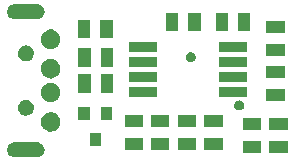
<source format=gbr>
G04 #@! TF.FileFunction,Soldermask,Top*
%FSLAX46Y46*%
G04 Gerber Fmt 4.6, Leading zero omitted, Abs format (unit mm)*
G04 Created by KiCad (PCBNEW 0.201510311201+6287~30~ubuntu14.04.1-product) date sáb 11 jun 2016 22:07:05 CEST*
%MOMM*%
G01*
G04 APERTURE LIST*
%ADD10C,0.020000*%
G04 APERTURE END LIST*
D10*
G36*
X141831290Y-187582032D02*
X141831296Y-187582033D01*
X141835347Y-187582061D01*
X141956566Y-187595658D01*
X142072835Y-187632540D01*
X142179725Y-187691304D01*
X142273166Y-187769710D01*
X142349599Y-187864773D01*
X142406111Y-187972871D01*
X142440551Y-188089887D01*
X142440557Y-188089953D01*
X142440564Y-188089977D01*
X142451610Y-188211358D01*
X142438870Y-188332577D01*
X142438864Y-188332596D01*
X142438856Y-188332674D01*
X142402785Y-188449197D01*
X142344769Y-188556496D01*
X142267017Y-188650482D01*
X142172491Y-188727576D01*
X142064790Y-188784841D01*
X141948017Y-188820097D01*
X141826621Y-188832000D01*
X139911311Y-188832000D01*
X139906710Y-188831968D01*
X139906704Y-188831967D01*
X139902653Y-188831939D01*
X139781434Y-188818342D01*
X139665165Y-188781460D01*
X139558275Y-188722696D01*
X139464834Y-188644290D01*
X139388401Y-188549227D01*
X139331889Y-188441129D01*
X139297449Y-188324113D01*
X139297443Y-188324047D01*
X139297436Y-188324023D01*
X139286390Y-188202642D01*
X139299130Y-188081423D01*
X139299136Y-188081404D01*
X139299144Y-188081326D01*
X139335215Y-187964803D01*
X139393231Y-187857504D01*
X139470983Y-187763518D01*
X139565509Y-187686424D01*
X139673210Y-187629159D01*
X139789983Y-187593903D01*
X139911379Y-187582000D01*
X141826689Y-187582000D01*
X141831290Y-187582032D01*
X141831290Y-187582032D01*
G37*
G36*
X163023500Y-188472000D02*
X161476500Y-188472000D01*
X161476500Y-187433000D01*
X163023500Y-187433000D01*
X163023500Y-188472000D01*
X163023500Y-188472000D01*
G37*
G36*
X160773500Y-188472000D02*
X159226500Y-188472000D01*
X159226500Y-187433000D01*
X160773500Y-187433000D01*
X160773500Y-188472000D01*
X160773500Y-188472000D01*
G37*
G36*
X157523500Y-188222000D02*
X155976500Y-188222000D01*
X155976500Y-187183000D01*
X157523500Y-187183000D01*
X157523500Y-188222000D01*
X157523500Y-188222000D01*
G37*
G36*
X153023500Y-188222000D02*
X151476500Y-188222000D01*
X151476500Y-187183000D01*
X153023500Y-187183000D01*
X153023500Y-188222000D01*
X153023500Y-188222000D01*
G37*
G36*
X150773500Y-188222000D02*
X149226500Y-188222000D01*
X149226500Y-187183000D01*
X150773500Y-187183000D01*
X150773500Y-188222000D01*
X150773500Y-188222000D01*
G37*
G36*
X155273500Y-188222000D02*
X153726500Y-188222000D01*
X153726500Y-187183000D01*
X155273500Y-187183000D01*
X155273500Y-188222000D01*
X155273500Y-188222000D01*
G37*
G36*
X147225050Y-187925200D02*
X146274950Y-187925200D01*
X146274950Y-186774440D01*
X147225050Y-186774440D01*
X147225050Y-187925200D01*
X147225050Y-187925200D01*
G37*
G36*
X143055653Y-185032546D02*
X143214144Y-185065079D01*
X143363290Y-185127774D01*
X143497424Y-185218248D01*
X143611424Y-185333047D01*
X143700960Y-185467809D01*
X143762615Y-185617397D01*
X143793903Y-185775412D01*
X143793903Y-185775432D01*
X143794036Y-185776105D01*
X143791455Y-185960900D01*
X143791304Y-185961563D01*
X143791304Y-185961587D01*
X143755614Y-186118671D01*
X143689809Y-186266475D01*
X143596545Y-186398685D01*
X143479383Y-186510256D01*
X143342772Y-186596952D01*
X143191938Y-186655457D01*
X143032597Y-186683554D01*
X142870843Y-186680165D01*
X142712826Y-186645422D01*
X142564566Y-186580649D01*
X142431712Y-186488314D01*
X142319322Y-186371930D01*
X142231678Y-186235933D01*
X142172116Y-186085499D01*
X142142911Y-185926369D01*
X142145170Y-185764595D01*
X142178809Y-185606332D01*
X142242543Y-185457631D01*
X142333954Y-185324129D01*
X142449548Y-185210931D01*
X142584929Y-185122340D01*
X142734935Y-185061733D01*
X142893865Y-185031415D01*
X143055653Y-185032546D01*
X143055653Y-185032546D01*
G37*
G36*
X160773500Y-186567000D02*
X159226500Y-186567000D01*
X159226500Y-185528000D01*
X160773500Y-185528000D01*
X160773500Y-186567000D01*
X160773500Y-186567000D01*
G37*
G36*
X163023500Y-186567000D02*
X161476500Y-186567000D01*
X161476500Y-185528000D01*
X163023500Y-185528000D01*
X163023500Y-186567000D01*
X163023500Y-186567000D01*
G37*
G36*
X153023500Y-186317000D02*
X151476500Y-186317000D01*
X151476500Y-185278000D01*
X153023500Y-185278000D01*
X153023500Y-186317000D01*
X153023500Y-186317000D01*
G37*
G36*
X157523500Y-186317000D02*
X155976500Y-186317000D01*
X155976500Y-185278000D01*
X157523500Y-185278000D01*
X157523500Y-186317000D01*
X157523500Y-186317000D01*
G37*
G36*
X155273500Y-186317000D02*
X153726500Y-186317000D01*
X153726500Y-185278000D01*
X155273500Y-185278000D01*
X155273500Y-186317000D01*
X155273500Y-186317000D01*
G37*
G36*
X150773500Y-186317000D02*
X149226500Y-186317000D01*
X149226500Y-185278000D01*
X150773500Y-185278000D01*
X150773500Y-186317000D01*
X150773500Y-186317000D01*
G37*
G36*
X148177550Y-185725560D02*
X147227450Y-185725560D01*
X147227450Y-184574800D01*
X148177550Y-184574800D01*
X148177550Y-185725560D01*
X148177550Y-185725560D01*
G37*
G36*
X146272550Y-185725560D02*
X145322450Y-185725560D01*
X145322450Y-184574800D01*
X146272550Y-184574800D01*
X146272550Y-185725560D01*
X146272550Y-185725560D01*
G37*
G36*
X140939899Y-183982446D02*
X141069573Y-184009064D01*
X141191601Y-184060360D01*
X141301345Y-184134383D01*
X141394624Y-184228315D01*
X141467877Y-184338571D01*
X141518321Y-184460955D01*
X141543896Y-184590123D01*
X141543896Y-184590140D01*
X141544029Y-184590813D01*
X141541918Y-184742009D01*
X141541766Y-184742677D01*
X141541766Y-184742696D01*
X141512594Y-184871098D01*
X141458754Y-184992023D01*
X141382446Y-185100197D01*
X141286586Y-185191483D01*
X141174815Y-185262416D01*
X141051402Y-185310284D01*
X140921035Y-185333272D01*
X140788690Y-185330499D01*
X140659402Y-185302073D01*
X140538102Y-185249079D01*
X140429399Y-185173528D01*
X140337445Y-185078307D01*
X140265736Y-184967036D01*
X140217003Y-184843954D01*
X140193108Y-184713756D01*
X140194956Y-184581397D01*
X140222479Y-184451912D01*
X140274628Y-184330238D01*
X140349415Y-184221015D01*
X140443993Y-184128398D01*
X140554758Y-184055915D01*
X140677494Y-184006326D01*
X140807526Y-183981521D01*
X140939899Y-183982446D01*
X140939899Y-183982446D01*
G37*
G36*
X158974641Y-184035280D02*
X159056288Y-184052039D01*
X159133120Y-184084336D01*
X159202220Y-184130945D01*
X159260947Y-184190084D01*
X159307070Y-184259505D01*
X159338833Y-184336566D01*
X159354885Y-184417637D01*
X159354885Y-184417654D01*
X159355018Y-184418327D01*
X159353689Y-184513524D01*
X159353537Y-184514192D01*
X159353537Y-184514211D01*
X159335228Y-184594798D01*
X159301325Y-184670944D01*
X159253281Y-184739052D01*
X159192926Y-184796527D01*
X159122548Y-184841191D01*
X159044848Y-184871328D01*
X158962763Y-184885802D01*
X158879434Y-184884056D01*
X158798031Y-184866158D01*
X158721655Y-184832790D01*
X158653215Y-184785224D01*
X158595316Y-184725268D01*
X158550165Y-184655207D01*
X158519483Y-184577713D01*
X158504437Y-184495735D01*
X158505601Y-184412399D01*
X158522930Y-184330871D01*
X158555765Y-184254260D01*
X158602852Y-184185492D01*
X158662402Y-184127176D01*
X158732144Y-184081538D01*
X158809423Y-184050316D01*
X158891295Y-184034697D01*
X158974641Y-184035280D01*
X158974641Y-184035280D01*
G37*
G36*
X143055653Y-182532546D02*
X143214144Y-182565079D01*
X143363290Y-182627774D01*
X143497424Y-182718248D01*
X143611424Y-182833047D01*
X143700960Y-182967809D01*
X143762615Y-183117397D01*
X143793903Y-183275412D01*
X143793903Y-183275432D01*
X143794036Y-183276105D01*
X143791455Y-183460900D01*
X143791304Y-183461563D01*
X143791304Y-183461587D01*
X143755614Y-183618671D01*
X143689809Y-183766475D01*
X143596545Y-183898685D01*
X143479383Y-184010256D01*
X143342772Y-184096952D01*
X143191938Y-184155457D01*
X143032597Y-184183554D01*
X142870843Y-184180165D01*
X142712826Y-184145422D01*
X142564566Y-184080649D01*
X142431712Y-183988314D01*
X142319322Y-183871930D01*
X142231678Y-183735933D01*
X142172116Y-183585499D01*
X142142911Y-183426369D01*
X142145170Y-183264595D01*
X142178809Y-183106332D01*
X142242543Y-182957631D01*
X142333954Y-182824129D01*
X142449548Y-182710931D01*
X142584929Y-182622340D01*
X142734935Y-182561733D01*
X142893865Y-182531415D01*
X143055653Y-182532546D01*
X143055653Y-182532546D01*
G37*
G36*
X162773500Y-184072000D02*
X161226500Y-184072000D01*
X161226500Y-183033000D01*
X162773500Y-183033000D01*
X162773500Y-184072000D01*
X162773500Y-184072000D01*
G37*
G36*
X159585000Y-183730000D02*
X157235000Y-183730000D01*
X157235000Y-182880000D01*
X159585000Y-182880000D01*
X159585000Y-183730000D01*
X159585000Y-183730000D01*
G37*
G36*
X151965000Y-183730000D02*
X149615000Y-183730000D01*
X149615000Y-182880000D01*
X151965000Y-182880000D01*
X151965000Y-183730000D01*
X151965000Y-183730000D01*
G37*
G36*
X146367000Y-183373500D02*
X145328000Y-183373500D01*
X145328000Y-181826500D01*
X146367000Y-181826500D01*
X146367000Y-183373500D01*
X146367000Y-183373500D01*
G37*
G36*
X148272000Y-183373500D02*
X147233000Y-183373500D01*
X147233000Y-181826500D01*
X148272000Y-181826500D01*
X148272000Y-183373500D01*
X148272000Y-183373500D01*
G37*
G36*
X159585000Y-182460000D02*
X157235000Y-182460000D01*
X157235000Y-181610000D01*
X159585000Y-181610000D01*
X159585000Y-182460000D01*
X159585000Y-182460000D01*
G37*
G36*
X151965000Y-182460000D02*
X149615000Y-182460000D01*
X149615000Y-181610000D01*
X151965000Y-181610000D01*
X151965000Y-182460000D01*
X151965000Y-182460000D01*
G37*
G36*
X143055653Y-180532546D02*
X143214144Y-180565079D01*
X143363290Y-180627774D01*
X143497424Y-180718248D01*
X143611424Y-180833047D01*
X143700960Y-180967809D01*
X143762615Y-181117397D01*
X143793903Y-181275412D01*
X143793903Y-181275432D01*
X143794036Y-181276105D01*
X143791455Y-181460900D01*
X143791304Y-181461563D01*
X143791304Y-181461587D01*
X143755614Y-181618671D01*
X143689809Y-181766475D01*
X143596545Y-181898685D01*
X143479383Y-182010256D01*
X143342772Y-182096952D01*
X143191938Y-182155457D01*
X143032597Y-182183554D01*
X142870843Y-182180165D01*
X142712826Y-182145422D01*
X142564566Y-182080649D01*
X142431712Y-181988314D01*
X142319322Y-181871930D01*
X142231678Y-181735933D01*
X142172116Y-181585499D01*
X142142911Y-181426369D01*
X142145170Y-181264595D01*
X142178809Y-181106332D01*
X142242543Y-180957631D01*
X142333954Y-180824129D01*
X142449548Y-180710931D01*
X142584929Y-180622340D01*
X142734935Y-180561733D01*
X142893865Y-180531415D01*
X143055653Y-180532546D01*
X143055653Y-180532546D01*
G37*
G36*
X162773500Y-182167000D02*
X161226500Y-182167000D01*
X161226500Y-181128000D01*
X162773500Y-181128000D01*
X162773500Y-182167000D01*
X162773500Y-182167000D01*
G37*
G36*
X159585000Y-181190000D02*
X157235000Y-181190000D01*
X157235000Y-180340000D01*
X159585000Y-180340000D01*
X159585000Y-181190000D01*
X159585000Y-181190000D01*
G37*
G36*
X151965000Y-181190000D02*
X149615000Y-181190000D01*
X149615000Y-180340000D01*
X151965000Y-180340000D01*
X151965000Y-181190000D01*
X151965000Y-181190000D01*
G37*
G36*
X146367000Y-181173500D02*
X145328000Y-181173500D01*
X145328000Y-179626500D01*
X146367000Y-179626500D01*
X146367000Y-181173500D01*
X146367000Y-181173500D01*
G37*
G36*
X148272000Y-181173500D02*
X147233000Y-181173500D01*
X147233000Y-179626500D01*
X148272000Y-179626500D01*
X148272000Y-181173500D01*
X148272000Y-181173500D01*
G37*
G36*
X154874641Y-179935280D02*
X154956288Y-179952039D01*
X155033120Y-179984336D01*
X155102220Y-180030945D01*
X155160947Y-180090084D01*
X155207070Y-180159505D01*
X155238833Y-180236566D01*
X155254885Y-180317637D01*
X155254885Y-180317654D01*
X155255018Y-180318327D01*
X155253689Y-180413524D01*
X155253537Y-180414192D01*
X155253537Y-180414211D01*
X155235228Y-180494798D01*
X155201325Y-180570944D01*
X155153281Y-180639052D01*
X155092926Y-180696527D01*
X155022548Y-180741191D01*
X154944848Y-180771328D01*
X154862763Y-180785802D01*
X154779434Y-180784056D01*
X154698031Y-180766158D01*
X154621655Y-180732790D01*
X154553215Y-180685224D01*
X154495316Y-180625268D01*
X154450165Y-180555207D01*
X154419483Y-180477713D01*
X154404437Y-180395735D01*
X154405601Y-180312399D01*
X154422930Y-180230871D01*
X154455765Y-180154260D01*
X154502852Y-180085492D01*
X154562402Y-180027176D01*
X154632144Y-179981538D01*
X154709423Y-179950316D01*
X154791295Y-179934697D01*
X154874641Y-179935280D01*
X154874641Y-179935280D01*
G37*
G36*
X140939899Y-179382446D02*
X141069573Y-179409064D01*
X141191601Y-179460360D01*
X141301345Y-179534383D01*
X141394624Y-179628315D01*
X141467877Y-179738571D01*
X141518321Y-179860955D01*
X141543896Y-179990123D01*
X141543896Y-179990140D01*
X141544029Y-179990813D01*
X141541918Y-180142009D01*
X141541766Y-180142677D01*
X141541766Y-180142696D01*
X141512594Y-180271098D01*
X141458754Y-180392023D01*
X141382446Y-180500197D01*
X141286586Y-180591483D01*
X141174815Y-180662416D01*
X141051402Y-180710284D01*
X140921035Y-180733272D01*
X140788690Y-180730499D01*
X140659402Y-180702073D01*
X140538102Y-180649079D01*
X140429399Y-180573528D01*
X140337445Y-180478307D01*
X140265736Y-180367036D01*
X140217003Y-180243954D01*
X140193108Y-180113756D01*
X140194956Y-179981397D01*
X140222479Y-179851912D01*
X140274628Y-179730238D01*
X140349415Y-179621015D01*
X140443993Y-179528398D01*
X140554758Y-179455915D01*
X140677494Y-179406326D01*
X140807526Y-179381521D01*
X140939899Y-179382446D01*
X140939899Y-179382446D01*
G37*
G36*
X162773500Y-180272000D02*
X161226500Y-180272000D01*
X161226500Y-179233000D01*
X162773500Y-179233000D01*
X162773500Y-180272000D01*
X162773500Y-180272000D01*
G37*
G36*
X159585000Y-179920000D02*
X157235000Y-179920000D01*
X157235000Y-179070000D01*
X159585000Y-179070000D01*
X159585000Y-179920000D01*
X159585000Y-179920000D01*
G37*
G36*
X151965000Y-179920000D02*
X149615000Y-179920000D01*
X149615000Y-179070000D01*
X151965000Y-179070000D01*
X151965000Y-179920000D01*
X151965000Y-179920000D01*
G37*
G36*
X143055653Y-178032546D02*
X143214144Y-178065079D01*
X143363290Y-178127774D01*
X143497424Y-178218248D01*
X143611424Y-178333047D01*
X143700960Y-178467809D01*
X143762615Y-178617397D01*
X143793903Y-178775412D01*
X143793903Y-178775432D01*
X143794036Y-178776105D01*
X143791455Y-178960900D01*
X143791304Y-178961563D01*
X143791304Y-178961587D01*
X143755614Y-179118671D01*
X143689809Y-179266475D01*
X143596545Y-179398685D01*
X143479383Y-179510256D01*
X143342772Y-179596952D01*
X143191938Y-179655457D01*
X143032597Y-179683554D01*
X142870843Y-179680165D01*
X142712826Y-179645422D01*
X142564566Y-179580649D01*
X142431712Y-179488314D01*
X142319322Y-179371930D01*
X142231678Y-179235933D01*
X142172116Y-179085499D01*
X142142911Y-178926369D01*
X142145170Y-178764595D01*
X142178809Y-178606332D01*
X142242543Y-178457631D01*
X142333954Y-178324129D01*
X142449548Y-178210931D01*
X142584929Y-178122340D01*
X142734935Y-178061733D01*
X142893865Y-178031415D01*
X143055653Y-178032546D01*
X143055653Y-178032546D01*
G37*
G36*
X146317000Y-178773500D02*
X145278000Y-178773500D01*
X145278000Y-177226500D01*
X146317000Y-177226500D01*
X146317000Y-178773500D01*
X146317000Y-178773500D01*
G37*
G36*
X148222000Y-178773500D02*
X147183000Y-178773500D01*
X147183000Y-177226500D01*
X148222000Y-177226500D01*
X148222000Y-178773500D01*
X148222000Y-178773500D01*
G37*
G36*
X162773500Y-178367000D02*
X161226500Y-178367000D01*
X161226500Y-177328000D01*
X162773500Y-177328000D01*
X162773500Y-178367000D01*
X162773500Y-178367000D01*
G37*
G36*
X159872000Y-178173500D02*
X158833000Y-178173500D01*
X158833000Y-176626500D01*
X159872000Y-176626500D01*
X159872000Y-178173500D01*
X159872000Y-178173500D01*
G37*
G36*
X157967000Y-178173500D02*
X156928000Y-178173500D01*
X156928000Y-176626500D01*
X157967000Y-176626500D01*
X157967000Y-178173500D01*
X157967000Y-178173500D01*
G37*
G36*
X153767000Y-178173500D02*
X152728000Y-178173500D01*
X152728000Y-176626500D01*
X153767000Y-176626500D01*
X153767000Y-178173500D01*
X153767000Y-178173500D01*
G37*
G36*
X155672000Y-178173500D02*
X154633000Y-178173500D01*
X154633000Y-176626500D01*
X155672000Y-176626500D01*
X155672000Y-178173500D01*
X155672000Y-178173500D01*
G37*
G36*
X141831290Y-175882032D02*
X141831296Y-175882033D01*
X141835347Y-175882061D01*
X141956566Y-175895658D01*
X142072835Y-175932540D01*
X142179725Y-175991304D01*
X142273166Y-176069710D01*
X142349599Y-176164773D01*
X142406111Y-176272871D01*
X142440551Y-176389887D01*
X142440557Y-176389953D01*
X142440564Y-176389977D01*
X142451610Y-176511358D01*
X142438870Y-176632577D01*
X142438864Y-176632596D01*
X142438856Y-176632674D01*
X142402785Y-176749197D01*
X142344769Y-176856496D01*
X142267017Y-176950482D01*
X142172491Y-177027576D01*
X142064790Y-177084841D01*
X141948017Y-177120097D01*
X141826621Y-177132000D01*
X139911311Y-177132000D01*
X139906710Y-177131968D01*
X139906704Y-177131967D01*
X139902653Y-177131939D01*
X139781434Y-177118342D01*
X139665165Y-177081460D01*
X139558275Y-177022696D01*
X139464834Y-176944290D01*
X139388401Y-176849227D01*
X139331889Y-176741129D01*
X139297449Y-176624113D01*
X139297443Y-176624047D01*
X139297436Y-176624023D01*
X139286390Y-176502642D01*
X139299130Y-176381423D01*
X139299136Y-176381404D01*
X139299144Y-176381326D01*
X139335215Y-176264803D01*
X139393231Y-176157504D01*
X139470983Y-176063518D01*
X139565509Y-175986424D01*
X139673210Y-175929159D01*
X139789983Y-175893903D01*
X139911379Y-175882000D01*
X141826689Y-175882000D01*
X141831290Y-175882032D01*
X141831290Y-175882032D01*
G37*
M02*

</source>
